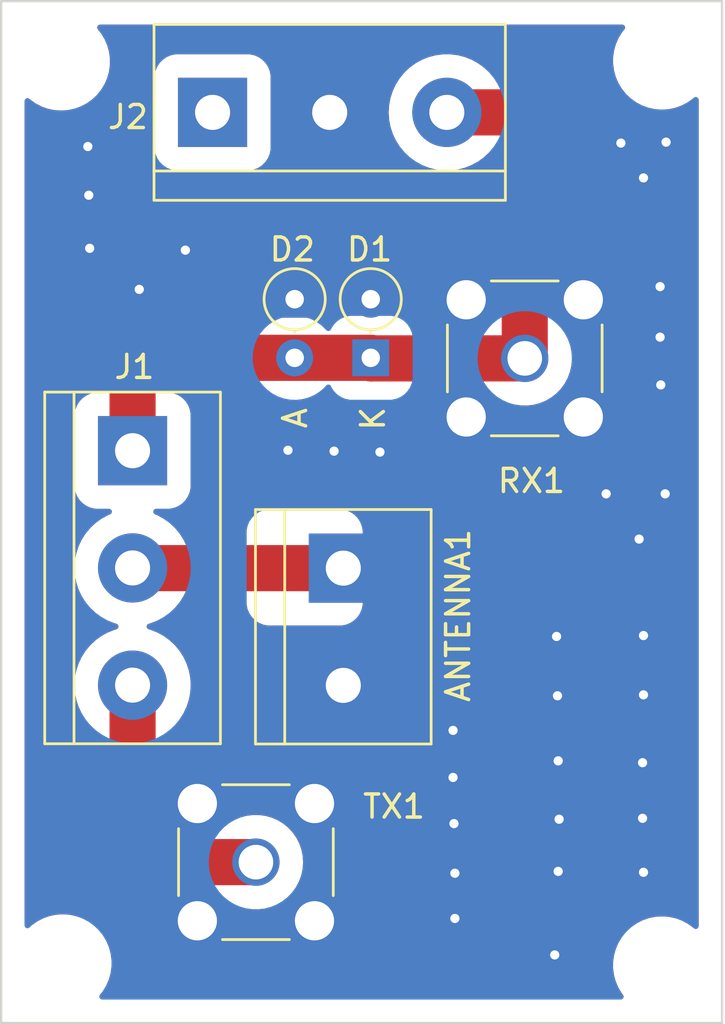
<source format=kicad_pcb>
(kicad_pcb (version 20211014) (generator pcbnew)
  (layers (0 "F.Cu" signal) (31 "B.Cu" signal) (35 "F.Paste" user) (37 "F.SilkS" user "F.Silkscreen") (38 "B.Mask" user) (39 "F.Mask" user) (44 "Edge.Cuts" user))
  (net 0 "")
  (net 1 "GND")
  (net 2 "Net-(ANTENNA1-Pad1)")
  (net 4 "Net-(D1-Pad1)")
  (net 5 "Net-(J1-Pad3)")
  (footprint "Connector_Coaxial:SMA_Amphenol_901-144_Vertical" (layer "F.Cu") (at 89.46 67.76)
    (fp_text reference "RX1" (at 0.29 5.31) (layer "F.SilkS"))
    (fp_text value "Conn_Coaxial" hide)
    (fp_line (start -1.45 3.355) (end 1.45 3.355) (layer "F.SilkS") (width 0.12))
    (fp_line (start 3.355 -1.45) (end 3.355 1.45) (layer "F.SilkS") (width 0.12))
    (fp_line (start -3.355 -1.45) (end -3.355 1.45) (layer "F.SilkS") (width 0.12))
    (fp_line (start -1.45 -3.355) (end 1.45 -3.355) (layer "F.SilkS") (width 0.12))
    (pad "1" thru_hole circle (at 0 0) (size 2.05 2.05) (drill 1.5) (layers *.Cu *.Mask) (net 4 "Net-(D1-Pad1)"))
    (pad "2" thru_hole circle (at 2.54 2.54) (size 2.25 2.25) (drill 1.7) (layers *.Cu *.Mask) (net 1 "GND"))
    (pad "2" thru_hole circle (at -2.54 -2.54) (size 2.25 2.25) (drill 1.7) (layers *.Cu *.Mask) (net 1 "GND"))
    (pad "2" thru_hole circle (at -2.54 2.54) (size 2.25 2.25) (drill 1.7) (layers *.Cu *.Mask) (net 1 "GND"))
    (pad "2" thru_hole circle (at 2.54 -2.54) (size 2.25 2.25) (drill 1.7) (layers *.Cu *.Mask) (net 1 "GND"))
  )
  (footprint "MountingHole:MountingHole_2.2mm_M2" (layer "F.Cu") (at 95.41 54.86)
    (fp_text reference "H2" hide)
    (fp_text value "MountingHole" hide)
    (pad "" np_thru_hole circle (at 0 0) (size 2.2 2.2) (drill 2.2) (layers *.Cu *.Mask))
  )
  (footprint "MountingHole:MountingHole_2.2mm_M2" (layer "F.Cu") (at 69.35 54.9)
    (fp_text reference "H1" hide)
    (fp_text value "MountingHole" hide)
    (pad "" np_thru_hole circle (at 0 0) (size 2.2 2.2) (drill 2.2) (layers *.Cu *.Mask))
  )
  (footprint "TerminalBlock:TerminalBlock_bornier-3_P5.08mm" (layer "F.Cu") (at 72.45 71.76 -90)
    (fp_text reference "J1" (at -3.63 -0.08 180) (layer "F.SilkS"))
    (fp_text value "CH1")
    (fp_line (start -2.54 2.54) (end 12.7 2.54) (layer "F.SilkS") (width 0.12))
    (fp_line (start -2.54 3.81) (end -2.54 -3.81) (layer "F.SilkS") (width 0.12))
    (fp_line (start 12.7 3.81) (end 12.7 -3.81) (layer "F.SilkS") (width 0.12))
    (fp_line (start -2.54 3.81) (end 12.7 3.81) (layer "F.SilkS") (width 0.12))
    (fp_line (start -2.54 -3.81) (end 12.7 -3.81) (layer "F.SilkS") (width 0.12))
    (pad "1" thru_hole rect (at 0 0 270) (size 3 3) (drill 1.52) (layers *.Cu *.Mask) (net 4 "Net-(D1-Pad1)"))
    (pad "2" thru_hole circle (at 5.08 0 270) (size 3 3) (drill 1.52) (layers *.Cu *.Mask) (net 2 "Net-(ANTENNA1-Pad1)"))
    (pad "3" thru_hole circle (at 10.16 0 270) (size 3 3) (drill 1.52) (layers *.Cu *.Mask) (net 5 "Net-(J1-Pad3)"))
  )
  (footprint "Diode_THT:D_DO-35_SOD27_P2.54mm_Vertical_AnodeUp" (layer "F.Cu") (at 79.48 65.195686 -90)
    (fp_text reference "D2" (at -2.155686 0.1 180) (layer "F.SilkS"))
    (fp_text value "1N4148" hide)
    (fp_text user "A" (at 5.154314 -0.02 90) (layer "F.SilkS"))
    (fp_line (start 1.326371 0) (end 1.44 0) (layer "F.SilkS") (width 0.12))
    (fp_circle (center 0 0) (end 1.326371 0) (layer "F.SilkS") (width 0.12) (fill none))
    (pad "1" thru_hole rect (at 0 0 270) (size 1.6 1.6) (drill 0.8) (layers *.Cu *.Mask) (net 1 "GND"))
    (pad "2" thru_hole oval (at 2.54 0 270) (size 1.6 1.6) (drill 0.8) (layers *.Cu *.Mask) (net 4 "Net-(D1-Pad1)"))
  )
  (footprint "TerminalBlock:TerminalBlock_bornier-3_P5.08mm" (layer "F.Cu") (at 75.92 57.1)
    (fp_text reference "J2" (at -3.67 0.2) (layer "F.SilkS"))
    (fp_text value "CH2")
    (fp_line (start 12.7 3.81) (end 12.7 -3.81) (layer "F.SilkS") (width 0.12))
    (fp_line (start -2.54 3.81) (end 12.7 3.81) (layer "F.SilkS") (width 0.12))
    (fp_line (start -2.54 3.81) (end -2.54 -3.81) (layer "F.SilkS") (width 0.12))
    (fp_line (start -2.54 2.54) (end 12.7 2.54) (layer "F.SilkS") (width 0.12))
    (fp_line (start -2.54 -3.81) (end 12.7 -3.81) (layer "F.SilkS") (width 0.12))
    (pad "1" thru_hole rect (at 0 0) (size 3 3) (drill 1.52) (layers *.Cu *.Mask))
    (pad "2" thru_hole circle (at 5.08 0) (size 3 3) (drill 1.52) (layers *.Cu *.Mask) (net 1 "GND"))
    (pad "3" thru_hole circle (at 10.16 0) (size 3 3) (drill 1.52) (layers *.Cu *.Mask) (net 4 "Net-(D1-Pad1)"))
  )
  (footprint "Connector_Coaxial:SMA_Amphenol_901-144_Vertical" (layer "F.Cu") (at 77.8 89.59)
    (fp_text reference "TX1" (at 5.99 -2.41) (layer "F.SilkS"))
    (fp_text value "Conn_Coaxial" hide)
    (fp_line (start -1.45 -3.355) (end 1.45 -3.355) (layer "F.SilkS") (width 0.12))
    (fp_line (start -3.355 -1.45) (end -3.355 1.45) (layer "F.SilkS") (width 0.12))
    (fp_line (start -1.45 3.355) (end 1.45 3.355) (layer "F.SilkS") (width 0.12))
    (fp_line (start 3.355 -1.45) (end 3.355 1.45) (layer "F.SilkS") (width 0.12))
    (pad "1" thru_hole circle (at 0 0) (size 2.05 2.05) (drill 1.5) (layers *.Cu *.Mask) (net 5 "Net-(J1-Pad3)"))
    (pad "2" thru_hole circle (at 2.54 2.54) (size 2.25 2.25) (drill 1.7) (layers *.Cu *.Mask) (net 1 "GND"))
    (pad "2" thru_hole circle (at -2.54 -2.54) (size 2.25 2.25) (drill 1.7) (layers *.Cu *.Mask) (net 1 "GND"))
    (pad "2" thru_hole circle (at 2.54 -2.54) (size 2.25 2.25) (drill 1.7) (layers *.Cu *.Mask) (net 1 "GND"))
    (pad "2" thru_hole circle (at -2.54 2.54) (size 2.25 2.25) (drill 1.7) (layers *.Cu *.Mask) (net 1 "GND"))
  )
  (footprint "TerminalBlock:TerminalBlock_bornier-2_P5.08mm" (layer "F.Cu") (at 81.59 76.85 -90)
    (fp_text reference "ANTENNA1" (at 2.05 -4.98 90) (layer "F.SilkS"))
    (fp_text value "ANTENNA" hide)
    (fp_line (start -2.54 3.81) (end 7.62 3.81) (layer "F.SilkS") (width 0.12))
    (fp_line (start 7.62 2.54) (end -2.54 2.54) (layer "F.SilkS") (width 0.12))
    (fp_line (start 7.62 3.81) (end 7.62 -3.81) (layer "F.SilkS") (width 0.12))
    (fp_line (start -2.54 -3.81) (end -2.54 3.81) (layer "F.SilkS") (width 0.12))
    (fp_line (start 7.62 -3.81) (end -2.54 -3.81) (layer "F.SilkS") (width 0.12))
    (pad "1" thru_hole rect (at 0 0 270) (size 3 3) (drill 1.52) (layers *.Cu *.Mask) (net 2 "Net-(ANTENNA1-Pad1)"))
    (pad "2" thru_hole circle (at 5.08 0 270) (size 3 3) (drill 1.52) (layers *.Cu *.Mask) (net 1 "GND"))
  )
  (footprint "MountingHole:MountingHole_2.2mm_M2" (layer "F.Cu") (at 95.41 94.06)
    (fp_text reference "H4" hide)
    (fp_text value "MountingHole" hide)
    (pad "" np_thru_hole circle (at 0 0) (size 2.2 2.2) (drill 2.2) (layers *.Cu *.Mask))
  )
  (footprint "MountingHole:MountingHole_2.2mm_M2" (layer "F.Cu") (at 69.42 93.97)
    (fp_text reference "H3" hide)
    (fp_text value "MountingHole" hide)
    (pad "" np_thru_hole circle (at 0 0) (size 2.2 2.2) (drill 2.2) (layers *.Cu *.Mask))
  )
  (footprint "Diode_THT:D_DO-35_SOD27_P2.54mm_Vertical_KathodeUp" (layer "F.Cu") (at 82.78 67.735686 90)
    (fp_text reference "D1" (at 4.695686 -0.05) (layer "F.SilkS"))
    (fp_text value "1N4148" hide)
    (fp_text user "K" (at -2.638 0.094 90) (layer "F.SilkS"))
    (fp_line (start 1.213629 0) (end 1.1 0) (layer "F.SilkS") (width 0.12))
    (fp_circle (center 2.54 0) (end 3.866371 0) (layer "F.SilkS") (width 0.12) (fill none))
    (pad "1" thru_hole rect (at 0 0 90) (size 1.6 1.6) (drill 0.8) (layers *.Cu *.Mask) (net 4 "Net-(D1-Pad1)"))
    (pad "2" thru_hole oval (at 2.54 0 90) (size 1.6 1.6) (drill 0.8) (layers *.Cu *.Mask) (net 1 "GND"))
  )
  (gr_rect (start 66.75 52.28) (end 98.02 96.56) (layer "Edge.Cuts") (width 0.1) (fill none))
  (via (at 79.19 71.74) (size 0.8) (drill 0.4) (layers "F.Cu" "B.Cu") (net 1))
  (via (at 93.63 58.43) (size 0.8) (drill 0.4) (layers "F.Cu" "B.Cu") (net 1))
  (via (at 94.61 90.03) (size 0.8) (drill 0.4) (layers "F.Cu" "B.Cu") (net 1))
  (via (at 94.61 59.94) (size 0.8) (drill 0.4) (layers "F.Cu" "B.Cu") (net 1))
  (via (at 74.74 63.07) (size 0.8) (drill 0.4) (layers "F.Cu" "B.Cu") (net 1))
  (via (at 81.19 71.78) (size 0.8) (drill 0.4) (layers "F.Cu" "B.Cu") (net 1))
  (via (at 70.55 60.69) (size 0.8) (drill 0.4) (layers "F.Cu" "B.Cu") (net 1))
  (via (at 94.42 75.59) (size 0.8) (drill 0.4) (layers "F.Cu" "B.Cu") (net 1))
  (via (at 95.55 73.63) (size 0.8) (drill 0.4) (layers "F.Cu" "B.Cu") (net 1))
  (via (at 90.88 82.38) (size 0.8) (drill 0.4) (layers "F.Cu" "B.Cu") (net 1))
  (via (at 95.33 64.65) (size 0.8) (drill 0.4) (layers "F.Cu" "B.Cu") (net 1))
  (via (at 95.33 66.84) (size 0.8) (drill 0.4) (layers "F.Cu" "B.Cu") (net 1))
  (via (at 70.51 58.58) (size 0.8) (drill 0.4) (layers "F.Cu" "B.Cu") (net 1))
  (via (at 94.61 79.77) (size 0.8) (drill 0.4) (layers "F.Cu" "B.Cu") (net 1))
  (via (at 90.91 85.2) (size 0.8) (drill 0.4) (layers "F.Cu" "B.Cu") (net 1))
  (via (at 90.76 93.61) (size 0.8) (drill 0.4) (layers "F.Cu" "B.Cu") (net 1))
  (via (at 86.35 83.88) (size 0.8) (drill 0.4) (layers "F.Cu" "B.Cu") (net 1))
  (via (at 95.36 68.91) (size 0.8) (drill 0.4) (layers "F.Cu" "B.Cu") (net 1))
  (via (at 86.43 92.03) (size 0.8) (drill 0.4) (layers "F.Cu" "B.Cu") (net 1))
  (via (at 94.61 82.34) (size 0.8) (drill 0.4) (layers "F.Cu" "B.Cu") (net 1))
  (via (at 95.59 58.39) (size 0.8) (drill 0.4) (layers "F.Cu" "B.Cu") (net 1))
  (via (at 92.99 73.63) (size 0.8) (drill 0.4) (layers "F.Cu" "B.Cu") (net 1))
  (via (at 94.57 85.28) (size 0.8) (drill 0.4) (layers "F.Cu" "B.Cu") (net 1))
  (via (at 83.18 71.82) (size 0.8) (drill 0.4) (layers "F.Cu" "B.Cu") (net 1))
  (via (at 86.39 87.92) (size 0.8) (drill 0.4) (layers "F.Cu" "B.Cu") (net 1))
  (via (at 72.74 64.77) (size 0.8) (drill 0.4) (layers "F.Cu" "B.Cu") (net 1))
  (via (at 86.43 90.07) (size 0.8) (drill 0.4) (layers "F.Cu" "B.Cu") (net 1))
  (via (at 94.57 87.69) (size 0.8) (drill 0.4) (layers "F.Cu" "B.Cu") (net 1))
  (via (at 90.84 79.81) (size 0.8) (drill 0.4) (layers "F.Cu" "B.Cu") (net 1))
  (via (at 70.59 62.99) (size 0.8) (drill 0.4) (layers "F.Cu" "B.Cu") (net 1))
  (via (at 86.35 85.92) (size 0.8) (drill 0.4) (layers "F.Cu" "B.Cu") (net 1))
  (via (at 90.91 89.99) (size 0.8) (drill 0.4) (layers "F.Cu" "B.Cu") (net 1))
  (via (at 90.95 87.73) (size 0.8) (drill 0.4) (layers "F.Cu" "B.Cu") (net 1))
  (segment (start 72.46 76.85) (end 72.45 76.84) (width 2) (layer "F.Cu") (net 2))
  (segment (start 72.47 76.82) (end 72.45 76.84) (width 2) (layer "F.Cu") (net 2))
  (segment (start 81.59 76.85) (end 72.46 76.85) (width 2) (layer "F.Cu") (net 2))
  (segment (start 89.46 57.48) (end 89.08 57.1) (width 2) (layer "F.Cu") (net 4))
  (segment (start 89.46 67.76) (end 89.46 57.48) (width 2) (layer "F.Cu") (net 4))
  (segment (start 79.48 67.735686) (end 82.78 67.735686) (width 2) (layer "F.Cu") (net 4))
  (segment (start 72.45 71.76) (end 72.45 68.03) (width 2) (layer "F.Cu") (net 4))
  (segment (start 89.08 57.1) (end 86.08 57.1) (width 2) (layer "F.Cu") (net 4))
  (segment (start 72.744314 67.735686) (end 79.48 67.735686) (width 2) (layer "F.Cu") (net 4))
  (segment (start 72.45 68.03) (end 72.744314 67.735686) (width 2) (layer "F.Cu") (net 4))
  (segment (start 89.46 67.76) (end 82.804314 67.76) (width 2) (layer "F.Cu") (net 4))
  (segment (start 82.804314 67.76) (end 82.78 67.735686) (width 2) (layer "F.Cu") (net 4))
  (segment (start 72.45 89.3) (end 72.45 81.92) (width 2) (layer "F.Cu") (net 5))
  (segment (start 77.8 89.59) (end 72.74 89.59) (width 2) (layer "F.Cu") (net 5))
  (segment (start 72.74 89.59) (end 72.45 89.3) (width 2) (layer "F.Cu") (net 5))
  (zone (net 1) (net_name "GND") (layer "F.Cu") (connect_pads yes (clearance 1.016)) (min_thickness 0.254) (fill yes (thermal_gap 0.508) (thermal_bridge_width 0.508))
    (polygon (pts (xy 98.16 96.56) (xy 66.85 96.56) (xy 66.85 52.39) (xy 98.16 52.39)))
  )
  (zone (net 1) (net_name "GND") (layer "B.Cu") (connect_pads yes (clearance 1.016)) (min_thickness 0.254) (fill yes (thermal_gap 0.508) (thermal_bridge_width 0.508))
    (polygon (pts (xy 98.01 96.57) (xy 66.75 96.55) (xy 66.75 52.29) (xy 66.76 52.3) (xy 98.01 52.28)))
  )
)
</source>
